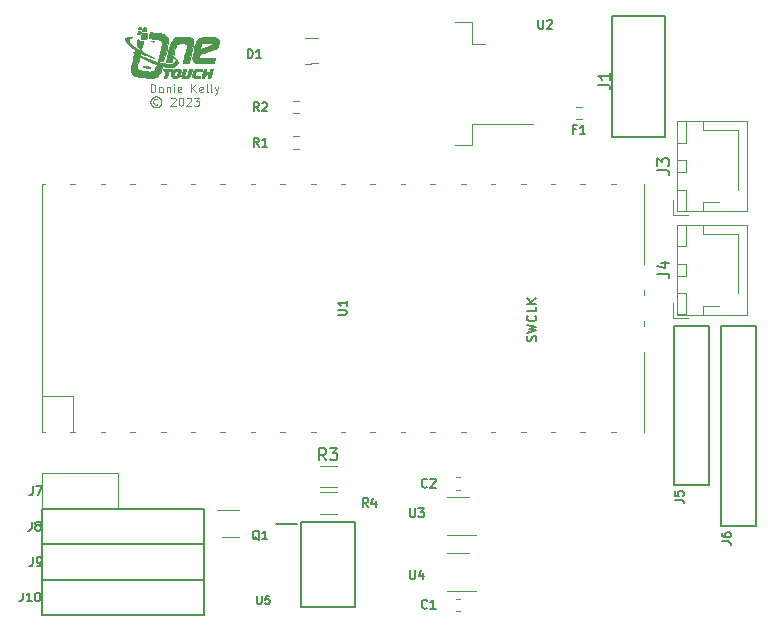
<source format=gbr>
%TF.GenerationSoftware,KiCad,Pcbnew,(6.0.5-0)*%
%TF.CreationDate,2023-05-19T22:22:55+01:00*%
%TF.ProjectId,control,636f6e74-726f-46c2-9e6b-696361645f70,rev?*%
%TF.SameCoordinates,Original*%
%TF.FileFunction,Legend,Top*%
%TF.FilePolarity,Positive*%
%FSLAX46Y46*%
G04 Gerber Fmt 4.6, Leading zero omitted, Abs format (unit mm)*
G04 Created by KiCad (PCBNEW (6.0.5-0)) date 2023-05-19 22:22:55*
%MOMM*%
%LPD*%
G01*
G04 APERTURE LIST*
%ADD10C,0.150000*%
%ADD11C,0.100000*%
%ADD12C,0.200000*%
%ADD13C,0.120000*%
%ADD14C,0.010000*%
G04 APERTURE END LIST*
D10*
X101500000Y-73000000D02*
X104500000Y-73000000D01*
X104500000Y-73000000D02*
X104500000Y-86500000D01*
X104500000Y-86500000D02*
X101500000Y-86500000D01*
X101500000Y-86500000D02*
X101500000Y-73000000D01*
X48000000Y-94500000D02*
X61750000Y-94500000D01*
X61750000Y-94500000D02*
X61750000Y-97500000D01*
X61750000Y-97500000D02*
X48000000Y-97500000D01*
X48000000Y-97500000D02*
X48000000Y-94500000D01*
X105500000Y-73000000D02*
X108500000Y-73000000D01*
X108500000Y-73000000D02*
X108500000Y-90000000D01*
X108500000Y-90000000D02*
X105500000Y-90000000D01*
X105500000Y-90000000D02*
X105500000Y-73000000D01*
D11*
X48000000Y-85500000D02*
X54500000Y-85500000D01*
X54500000Y-85500000D02*
X54500000Y-88500000D01*
X54500000Y-88500000D02*
X48000000Y-88500000D01*
X48000000Y-88500000D02*
X48000000Y-85500000D01*
D10*
X48000000Y-88500000D02*
X61750000Y-88500000D01*
X61750000Y-88500000D02*
X61750000Y-91500000D01*
X61750000Y-91500000D02*
X48000000Y-91500000D01*
X48000000Y-91500000D02*
X48000000Y-88500000D01*
X96250000Y-46750000D02*
X100750000Y-46750000D01*
X100750000Y-46750000D02*
X100750000Y-57000000D01*
X100750000Y-57000000D02*
X96250000Y-57000000D01*
X96250000Y-57000000D02*
X96250000Y-46750000D01*
X48000000Y-91500000D02*
X61750000Y-91500000D01*
X61750000Y-91500000D02*
X61750000Y-94500000D01*
X61750000Y-94500000D02*
X48000000Y-94500000D01*
X48000000Y-94500000D02*
X48000000Y-91500000D01*
D11*
X57231666Y-53253166D02*
X57231666Y-52553166D01*
X57398333Y-52553166D01*
X57498333Y-52586500D01*
X57565000Y-52653166D01*
X57598333Y-52719833D01*
X57631666Y-52853166D01*
X57631666Y-52953166D01*
X57598333Y-53086500D01*
X57565000Y-53153166D01*
X57498333Y-53219833D01*
X57398333Y-53253166D01*
X57231666Y-53253166D01*
X58031666Y-53253166D02*
X57965000Y-53219833D01*
X57931666Y-53186500D01*
X57898333Y-53119833D01*
X57898333Y-52919833D01*
X57931666Y-52853166D01*
X57965000Y-52819833D01*
X58031666Y-52786500D01*
X58131666Y-52786500D01*
X58198333Y-52819833D01*
X58231666Y-52853166D01*
X58265000Y-52919833D01*
X58265000Y-53119833D01*
X58231666Y-53186500D01*
X58198333Y-53219833D01*
X58131666Y-53253166D01*
X58031666Y-53253166D01*
X58565000Y-52786500D02*
X58565000Y-53253166D01*
X58565000Y-52853166D02*
X58598333Y-52819833D01*
X58665000Y-52786500D01*
X58765000Y-52786500D01*
X58831666Y-52819833D01*
X58865000Y-52886500D01*
X58865000Y-53253166D01*
X59198333Y-53253166D02*
X59198333Y-52786500D01*
X59198333Y-52553166D02*
X59165000Y-52586500D01*
X59198333Y-52619833D01*
X59231666Y-52586500D01*
X59198333Y-52553166D01*
X59198333Y-52619833D01*
X59798333Y-53219833D02*
X59731666Y-53253166D01*
X59598333Y-53253166D01*
X59531666Y-53219833D01*
X59498333Y-53153166D01*
X59498333Y-52886500D01*
X59531666Y-52819833D01*
X59598333Y-52786500D01*
X59731666Y-52786500D01*
X59798333Y-52819833D01*
X59831666Y-52886500D01*
X59831666Y-52953166D01*
X59498333Y-53019833D01*
X60665000Y-53253166D02*
X60665000Y-52553166D01*
X61065000Y-53253166D02*
X60765000Y-52853166D01*
X61065000Y-52553166D02*
X60665000Y-52953166D01*
X61631666Y-53219833D02*
X61565000Y-53253166D01*
X61431666Y-53253166D01*
X61365000Y-53219833D01*
X61331666Y-53153166D01*
X61331666Y-52886500D01*
X61365000Y-52819833D01*
X61431666Y-52786500D01*
X61565000Y-52786500D01*
X61631666Y-52819833D01*
X61665000Y-52886500D01*
X61665000Y-52953166D01*
X61331666Y-53019833D01*
X62065000Y-53253166D02*
X61998333Y-53219833D01*
X61965000Y-53153166D01*
X61965000Y-52553166D01*
X62431666Y-53253166D02*
X62365000Y-53219833D01*
X62331666Y-53153166D01*
X62331666Y-52553166D01*
X62631666Y-52786500D02*
X62798333Y-53253166D01*
X62965000Y-52786500D02*
X62798333Y-53253166D01*
X62731666Y-53419833D01*
X62698333Y-53453166D01*
X62631666Y-53486500D01*
X57798333Y-53846833D02*
X57731666Y-53813500D01*
X57598333Y-53813500D01*
X57531666Y-53846833D01*
X57465000Y-53913500D01*
X57431666Y-53980166D01*
X57431666Y-54113500D01*
X57465000Y-54180166D01*
X57531666Y-54246833D01*
X57598333Y-54280166D01*
X57731666Y-54280166D01*
X57798333Y-54246833D01*
X57665000Y-53580166D02*
X57498333Y-53613500D01*
X57331666Y-53713500D01*
X57231666Y-53880166D01*
X57198333Y-54046833D01*
X57231666Y-54213500D01*
X57331666Y-54380166D01*
X57498333Y-54480166D01*
X57665000Y-54513500D01*
X57831666Y-54480166D01*
X57998333Y-54380166D01*
X58098333Y-54213500D01*
X58131666Y-54046833D01*
X58098333Y-53880166D01*
X57998333Y-53713500D01*
X57831666Y-53613500D01*
X57665000Y-53580166D01*
X58931666Y-53746833D02*
X58965000Y-53713500D01*
X59031666Y-53680166D01*
X59198333Y-53680166D01*
X59265000Y-53713500D01*
X59298333Y-53746833D01*
X59331666Y-53813500D01*
X59331666Y-53880166D01*
X59298333Y-53980166D01*
X58898333Y-54380166D01*
X59331666Y-54380166D01*
X59765000Y-53680166D02*
X59831666Y-53680166D01*
X59898333Y-53713500D01*
X59931666Y-53746833D01*
X59965000Y-53813500D01*
X59998333Y-53946833D01*
X59998333Y-54113500D01*
X59965000Y-54246833D01*
X59931666Y-54313500D01*
X59898333Y-54346833D01*
X59831666Y-54380166D01*
X59765000Y-54380166D01*
X59698333Y-54346833D01*
X59665000Y-54313500D01*
X59631666Y-54246833D01*
X59598333Y-54113500D01*
X59598333Y-53946833D01*
X59631666Y-53813500D01*
X59665000Y-53746833D01*
X59698333Y-53713500D01*
X59765000Y-53680166D01*
X60265000Y-53746833D02*
X60298333Y-53713500D01*
X60365000Y-53680166D01*
X60531666Y-53680166D01*
X60598333Y-53713500D01*
X60631666Y-53746833D01*
X60665000Y-53813500D01*
X60665000Y-53880166D01*
X60631666Y-53980166D01*
X60231666Y-54380166D01*
X60665000Y-54380166D01*
X60898333Y-53680166D02*
X61331666Y-53680166D01*
X61098333Y-53946833D01*
X61198333Y-53946833D01*
X61265000Y-53980166D01*
X61298333Y-54013500D01*
X61331666Y-54080166D01*
X61331666Y-54246833D01*
X61298333Y-54313500D01*
X61265000Y-54346833D01*
X61198333Y-54380166D01*
X60998333Y-54380166D01*
X60931666Y-54346833D01*
X60898333Y-54313500D01*
D10*
%TO.C,U5*%
X66216666Y-95866666D02*
X66216666Y-96433333D01*
X66250000Y-96500000D01*
X66283333Y-96533333D01*
X66350000Y-96566666D01*
X66483333Y-96566666D01*
X66550000Y-96533333D01*
X66583333Y-96500000D01*
X66616666Y-96433333D01*
X66616666Y-95866666D01*
X67283333Y-95866666D02*
X66950000Y-95866666D01*
X66916666Y-96200000D01*
X66950000Y-96166666D01*
X67016666Y-96133333D01*
X67183333Y-96133333D01*
X67250000Y-96166666D01*
X67283333Y-96200000D01*
X67316666Y-96266666D01*
X67316666Y-96433333D01*
X67283333Y-96500000D01*
X67250000Y-96533333D01*
X67183333Y-96566666D01*
X67016666Y-96566666D01*
X66950000Y-96533333D01*
X66916666Y-96500000D01*
%TO.C,U2*%
X90053571Y-47089285D02*
X90053571Y-47696428D01*
X90089285Y-47767857D01*
X90125000Y-47803571D01*
X90196428Y-47839285D01*
X90339285Y-47839285D01*
X90410714Y-47803571D01*
X90446428Y-47767857D01*
X90482142Y-47696428D01*
X90482142Y-47089285D01*
X90803571Y-47160714D02*
X90839285Y-47125000D01*
X90910714Y-47089285D01*
X91089285Y-47089285D01*
X91160714Y-47125000D01*
X91196428Y-47160714D01*
X91232142Y-47232142D01*
X91232142Y-47303571D01*
X91196428Y-47410714D01*
X90767857Y-47839285D01*
X91232142Y-47839285D01*
%TO.C,F1*%
X93250000Y-56376428D02*
X93000000Y-56376428D01*
X93000000Y-56769285D02*
X93000000Y-56019285D01*
X93357142Y-56019285D01*
X94035714Y-56769285D02*
X93607142Y-56769285D01*
X93821428Y-56769285D02*
X93821428Y-56019285D01*
X93750000Y-56126428D01*
X93678571Y-56197857D01*
X93607142Y-56233571D01*
%TO.C,U3*%
X79183082Y-88449285D02*
X79183082Y-89056428D01*
X79218796Y-89127857D01*
X79254511Y-89163571D01*
X79325939Y-89199285D01*
X79468796Y-89199285D01*
X79540225Y-89163571D01*
X79575939Y-89127857D01*
X79611653Y-89056428D01*
X79611653Y-88449285D01*
X79897368Y-88449285D02*
X80361653Y-88449285D01*
X80111653Y-88735000D01*
X80218796Y-88735000D01*
X80290225Y-88770714D01*
X80325939Y-88806428D01*
X80361653Y-88877857D01*
X80361653Y-89056428D01*
X80325939Y-89127857D01*
X80290225Y-89163571D01*
X80218796Y-89199285D01*
X80004511Y-89199285D01*
X79933082Y-89163571D01*
X79897368Y-89127857D01*
%TO.C,R1*%
X66375000Y-57839285D02*
X66125000Y-57482142D01*
X65946428Y-57839285D02*
X65946428Y-57089285D01*
X66232142Y-57089285D01*
X66303571Y-57125000D01*
X66339285Y-57160714D01*
X66375000Y-57232142D01*
X66375000Y-57339285D01*
X66339285Y-57410714D01*
X66303571Y-57446428D01*
X66232142Y-57482142D01*
X65946428Y-57482142D01*
X67089285Y-57839285D02*
X66660714Y-57839285D01*
X66875000Y-57839285D02*
X66875000Y-57089285D01*
X66803571Y-57196428D01*
X66732142Y-57267857D01*
X66660714Y-57303571D01*
%TO.C,J8*%
X47150000Y-89589285D02*
X47150000Y-90125000D01*
X47114285Y-90232142D01*
X47042857Y-90303571D01*
X46935714Y-90339285D01*
X46864285Y-90339285D01*
X47614285Y-89910714D02*
X47542857Y-89875000D01*
X47507142Y-89839285D01*
X47471428Y-89767857D01*
X47471428Y-89732142D01*
X47507142Y-89660714D01*
X47542857Y-89625000D01*
X47614285Y-89589285D01*
X47757142Y-89589285D01*
X47828571Y-89625000D01*
X47864285Y-89660714D01*
X47900000Y-89732142D01*
X47900000Y-89767857D01*
X47864285Y-89839285D01*
X47828571Y-89875000D01*
X47757142Y-89910714D01*
X47614285Y-89910714D01*
X47542857Y-89946428D01*
X47507142Y-89982142D01*
X47471428Y-90053571D01*
X47471428Y-90196428D01*
X47507142Y-90267857D01*
X47542857Y-90303571D01*
X47614285Y-90339285D01*
X47757142Y-90339285D01*
X47828571Y-90303571D01*
X47864285Y-90267857D01*
X47900000Y-90196428D01*
X47900000Y-90053571D01*
X47864285Y-89982142D01*
X47828571Y-89946428D01*
X47757142Y-89910714D01*
%TO.C,J6*%
X105589285Y-91250000D02*
X106125000Y-91250000D01*
X106232142Y-91285714D01*
X106303571Y-91357142D01*
X106339285Y-91464285D01*
X106339285Y-91535714D01*
X105589285Y-90571428D02*
X105589285Y-90714285D01*
X105625000Y-90785714D01*
X105660714Y-90821428D01*
X105767857Y-90892857D01*
X105910714Y-90928571D01*
X106196428Y-90928571D01*
X106267857Y-90892857D01*
X106303571Y-90857142D01*
X106339285Y-90785714D01*
X106339285Y-90642857D01*
X106303571Y-90571428D01*
X106267857Y-90535714D01*
X106196428Y-90500000D01*
X106017857Y-90500000D01*
X105946428Y-90535714D01*
X105910714Y-90571428D01*
X105875000Y-90642857D01*
X105875000Y-90785714D01*
X105910714Y-90857142D01*
X105946428Y-90892857D01*
X106017857Y-90928571D01*
%TO.C,U1*%
X73089285Y-72071428D02*
X73696428Y-72071428D01*
X73767857Y-72035714D01*
X73803571Y-72000000D01*
X73839285Y-71928571D01*
X73839285Y-71785714D01*
X73803571Y-71714285D01*
X73767857Y-71678571D01*
X73696428Y-71642857D01*
X73089285Y-71642857D01*
X73839285Y-70892857D02*
X73839285Y-71321428D01*
X73839285Y-71107142D02*
X73089285Y-71107142D01*
X73196428Y-71178571D01*
X73267857Y-71250000D01*
X73303571Y-71321428D01*
X89823809Y-74309523D02*
X89861904Y-74195238D01*
X89861904Y-74004761D01*
X89823809Y-73928571D01*
X89785714Y-73890476D01*
X89709523Y-73852380D01*
X89633333Y-73852380D01*
X89557142Y-73890476D01*
X89519047Y-73928571D01*
X89480952Y-74004761D01*
X89442857Y-74157142D01*
X89404761Y-74233333D01*
X89366666Y-74271428D01*
X89290476Y-74309523D01*
X89214285Y-74309523D01*
X89138095Y-74271428D01*
X89100000Y-74233333D01*
X89061904Y-74157142D01*
X89061904Y-73966666D01*
X89100000Y-73852380D01*
X89061904Y-73585714D02*
X89861904Y-73395238D01*
X89290476Y-73242857D01*
X89861904Y-73090476D01*
X89061904Y-72900000D01*
X89785714Y-72138095D02*
X89823809Y-72176190D01*
X89861904Y-72290476D01*
X89861904Y-72366666D01*
X89823809Y-72480952D01*
X89747619Y-72557142D01*
X89671428Y-72595238D01*
X89519047Y-72633333D01*
X89404761Y-72633333D01*
X89252380Y-72595238D01*
X89176190Y-72557142D01*
X89100000Y-72480952D01*
X89061904Y-72366666D01*
X89061904Y-72290476D01*
X89100000Y-72176190D01*
X89138095Y-72138095D01*
X89861904Y-71414285D02*
X89861904Y-71795238D01*
X89061904Y-71795238D01*
X89861904Y-71147619D02*
X89061904Y-71147619D01*
X89861904Y-70690476D02*
X89404761Y-71033333D01*
X89061904Y-70690476D02*
X89519047Y-71147619D01*
%TO.C,D1*%
X65446428Y-50339285D02*
X65446428Y-49589285D01*
X65625000Y-49589285D01*
X65732142Y-49625000D01*
X65803571Y-49696428D01*
X65839285Y-49767857D01*
X65875000Y-49910714D01*
X65875000Y-50017857D01*
X65839285Y-50160714D01*
X65803571Y-50232142D01*
X65732142Y-50303571D01*
X65625000Y-50339285D01*
X65446428Y-50339285D01*
X66589285Y-50339285D02*
X66160714Y-50339285D01*
X66375000Y-50339285D02*
X66375000Y-49589285D01*
X66303571Y-49696428D01*
X66232142Y-49767857D01*
X66160714Y-49803571D01*
%TO.C,C1*%
X80629511Y-96877857D02*
X80593796Y-96913571D01*
X80486653Y-96949285D01*
X80415225Y-96949285D01*
X80308082Y-96913571D01*
X80236653Y-96842142D01*
X80200939Y-96770714D01*
X80165225Y-96627857D01*
X80165225Y-96520714D01*
X80200939Y-96377857D01*
X80236653Y-96306428D01*
X80308082Y-96235000D01*
X80415225Y-96199285D01*
X80486653Y-96199285D01*
X80593796Y-96235000D01*
X80629511Y-96270714D01*
X81343796Y-96949285D02*
X80915225Y-96949285D01*
X81129511Y-96949285D02*
X81129511Y-96199285D01*
X81058082Y-96306428D01*
X80986653Y-96377857D01*
X80915225Y-96413571D01*
%TO.C,J9*%
X47250000Y-92589285D02*
X47250000Y-93125000D01*
X47214285Y-93232142D01*
X47142857Y-93303571D01*
X47035714Y-93339285D01*
X46964285Y-93339285D01*
X47642857Y-93339285D02*
X47785714Y-93339285D01*
X47857142Y-93303571D01*
X47892857Y-93267857D01*
X47964285Y-93160714D01*
X48000000Y-93017857D01*
X48000000Y-92732142D01*
X47964285Y-92660714D01*
X47928571Y-92625000D01*
X47857142Y-92589285D01*
X47714285Y-92589285D01*
X47642857Y-92625000D01*
X47607142Y-92660714D01*
X47571428Y-92732142D01*
X47571428Y-92910714D01*
X47607142Y-92982142D01*
X47642857Y-93017857D01*
X47714285Y-93053571D01*
X47857142Y-93053571D01*
X47928571Y-93017857D01*
X47964285Y-92982142D01*
X48000000Y-92910714D01*
%TO.C,R2*%
X66375000Y-54839285D02*
X66125000Y-54482142D01*
X65946428Y-54839285D02*
X65946428Y-54089285D01*
X66232142Y-54089285D01*
X66303571Y-54125000D01*
X66339285Y-54160714D01*
X66375000Y-54232142D01*
X66375000Y-54339285D01*
X66339285Y-54410714D01*
X66303571Y-54446428D01*
X66232142Y-54482142D01*
X65946428Y-54482142D01*
X66660714Y-54160714D02*
X66696428Y-54125000D01*
X66767857Y-54089285D01*
X66946428Y-54089285D01*
X67017857Y-54125000D01*
X67053571Y-54160714D01*
X67089285Y-54232142D01*
X67089285Y-54303571D01*
X67053571Y-54410714D01*
X66625000Y-54839285D01*
X67089285Y-54839285D01*
%TO.C,R4*%
X75625000Y-88339285D02*
X75375000Y-87982142D01*
X75196428Y-88339285D02*
X75196428Y-87589285D01*
X75482142Y-87589285D01*
X75553571Y-87625000D01*
X75589285Y-87660714D01*
X75625000Y-87732142D01*
X75625000Y-87839285D01*
X75589285Y-87910714D01*
X75553571Y-87946428D01*
X75482142Y-87982142D01*
X75196428Y-87982142D01*
X76267857Y-87839285D02*
X76267857Y-88339285D01*
X76089285Y-87553571D02*
X75910714Y-88089285D01*
X76375000Y-88089285D01*
%TO.C,J4*%
X100127380Y-68583333D02*
X100841666Y-68583333D01*
X100984523Y-68630952D01*
X101079761Y-68726190D01*
X101127380Y-68869047D01*
X101127380Y-68964285D01*
X100460714Y-67678571D02*
X101127380Y-67678571D01*
X100079761Y-67916666D02*
X100794047Y-68154761D01*
X100794047Y-67535714D01*
%TO.C,Q1*%
X66428571Y-91160714D02*
X66357142Y-91125000D01*
X66285714Y-91053571D01*
X66178571Y-90946428D01*
X66107142Y-90910714D01*
X66035714Y-90910714D01*
X66071428Y-91089285D02*
X66000000Y-91053571D01*
X65928571Y-90982142D01*
X65892857Y-90839285D01*
X65892857Y-90589285D01*
X65928571Y-90446428D01*
X66000000Y-90375000D01*
X66071428Y-90339285D01*
X66214285Y-90339285D01*
X66285714Y-90375000D01*
X66357142Y-90446428D01*
X66392857Y-90589285D01*
X66392857Y-90839285D01*
X66357142Y-90982142D01*
X66285714Y-91053571D01*
X66214285Y-91089285D01*
X66071428Y-91089285D01*
X67107142Y-91089285D02*
X66678571Y-91089285D01*
X66892857Y-91089285D02*
X66892857Y-90339285D01*
X66821428Y-90446428D01*
X66750000Y-90517857D01*
X66678571Y-90553571D01*
%TO.C,J10*%
X46392857Y-95589285D02*
X46392857Y-96125000D01*
X46357142Y-96232142D01*
X46285714Y-96303571D01*
X46178571Y-96339285D01*
X46107142Y-96339285D01*
X47142857Y-96339285D02*
X46714285Y-96339285D01*
X46928571Y-96339285D02*
X46928571Y-95589285D01*
X46857142Y-95696428D01*
X46785714Y-95767857D01*
X46714285Y-95803571D01*
X47607142Y-95589285D02*
X47678571Y-95589285D01*
X47750000Y-95625000D01*
X47785714Y-95660714D01*
X47821428Y-95732142D01*
X47857142Y-95875000D01*
X47857142Y-96053571D01*
X47821428Y-96196428D01*
X47785714Y-96267857D01*
X47750000Y-96303571D01*
X47678571Y-96339285D01*
X47607142Y-96339285D01*
X47535714Y-96303571D01*
X47500000Y-96267857D01*
X47464285Y-96196428D01*
X47428571Y-96053571D01*
X47428571Y-95875000D01*
X47464285Y-95732142D01*
X47500000Y-95660714D01*
X47535714Y-95625000D01*
X47607142Y-95589285D01*
%TO.C,U4*%
X79183082Y-93699285D02*
X79183082Y-94306428D01*
X79218796Y-94377857D01*
X79254511Y-94413571D01*
X79325939Y-94449285D01*
X79468796Y-94449285D01*
X79540225Y-94413571D01*
X79575939Y-94377857D01*
X79611653Y-94306428D01*
X79611653Y-93699285D01*
X80290225Y-93949285D02*
X80290225Y-94449285D01*
X80111653Y-93663571D02*
X79933082Y-94199285D01*
X80397368Y-94199285D01*
%TO.C,J5*%
X101589285Y-87750000D02*
X102125000Y-87750000D01*
X102232142Y-87785714D01*
X102303571Y-87857142D01*
X102339285Y-87964285D01*
X102339285Y-88035714D01*
X101589285Y-87035714D02*
X101589285Y-87392857D01*
X101946428Y-87428571D01*
X101910714Y-87392857D01*
X101875000Y-87321428D01*
X101875000Y-87142857D01*
X101910714Y-87071428D01*
X101946428Y-87035714D01*
X102017857Y-87000000D01*
X102196428Y-87000000D01*
X102267857Y-87035714D01*
X102303571Y-87071428D01*
X102339285Y-87142857D01*
X102339285Y-87321428D01*
X102303571Y-87392857D01*
X102267857Y-87428571D01*
%TO.C,J1*%
X95122380Y-52583333D02*
X95836666Y-52583333D01*
X95979523Y-52630952D01*
X96074761Y-52726190D01*
X96122380Y-52869047D01*
X96122380Y-52964285D01*
X96122380Y-51583333D02*
X96122380Y-52154761D01*
X96122380Y-51869047D02*
X95122380Y-51869047D01*
X95265238Y-51964285D01*
X95360476Y-52059523D01*
X95408095Y-52154761D01*
%TO.C,C2*%
X80629511Y-86627857D02*
X80593796Y-86663571D01*
X80486653Y-86699285D01*
X80415225Y-86699285D01*
X80308082Y-86663571D01*
X80236653Y-86592142D01*
X80200939Y-86520714D01*
X80165225Y-86377857D01*
X80165225Y-86270714D01*
X80200939Y-86127857D01*
X80236653Y-86056428D01*
X80308082Y-85985000D01*
X80415225Y-85949285D01*
X80486653Y-85949285D01*
X80593796Y-85985000D01*
X80629511Y-86020714D01*
X80915225Y-86020714D02*
X80950939Y-85985000D01*
X81022368Y-85949285D01*
X81200939Y-85949285D01*
X81272368Y-85985000D01*
X81308082Y-86020714D01*
X81343796Y-86092142D01*
X81343796Y-86163571D01*
X81308082Y-86270714D01*
X80879511Y-86699285D01*
X81343796Y-86699285D01*
%TO.C,R3*%
X72083333Y-84382380D02*
X71750000Y-83906190D01*
X71511904Y-84382380D02*
X71511904Y-83382380D01*
X71892857Y-83382380D01*
X71988095Y-83430000D01*
X72035714Y-83477619D01*
X72083333Y-83572857D01*
X72083333Y-83715714D01*
X72035714Y-83810952D01*
X71988095Y-83858571D01*
X71892857Y-83906190D01*
X71511904Y-83906190D01*
X72416666Y-83382380D02*
X73035714Y-83382380D01*
X72702380Y-83763333D01*
X72845238Y-83763333D01*
X72940476Y-83810952D01*
X72988095Y-83858571D01*
X73035714Y-83953809D01*
X73035714Y-84191904D01*
X72988095Y-84287142D01*
X72940476Y-84334761D01*
X72845238Y-84382380D01*
X72559523Y-84382380D01*
X72464285Y-84334761D01*
X72416666Y-84287142D01*
%TO.C,J7*%
X47250000Y-86589285D02*
X47250000Y-87125000D01*
X47214285Y-87232142D01*
X47142857Y-87303571D01*
X47035714Y-87339285D01*
X46964285Y-87339285D01*
X47535714Y-86589285D02*
X48035714Y-86589285D01*
X47714285Y-87339285D01*
%TO.C,J3*%
X100127380Y-59833333D02*
X100841666Y-59833333D01*
X100984523Y-59880952D01*
X101079761Y-59976190D01*
X101127380Y-60119047D01*
X101127380Y-60214285D01*
X100127380Y-59452380D02*
X100127380Y-58833333D01*
X100508333Y-59166666D01*
X100508333Y-59023809D01*
X100555952Y-58928571D01*
X100603571Y-58880952D01*
X100698809Y-58833333D01*
X100936904Y-58833333D01*
X101032142Y-58880952D01*
X101079761Y-58928571D01*
X101127380Y-59023809D01*
X101127380Y-59309523D01*
X101079761Y-59404761D01*
X101032142Y-59452380D01*
D12*
%TO.C,U5*%
X69950000Y-89650000D02*
X74550000Y-89650000D01*
X67800000Y-89750000D02*
X69600000Y-89750000D01*
X74550000Y-96850000D02*
X69950000Y-96850000D01*
X74550000Y-89650000D02*
X74550000Y-96850000D01*
X69950000Y-96850000D02*
X69950000Y-89650000D01*
D13*
%TO.C,U2*%
X84450000Y-47300000D02*
X84450000Y-49110000D01*
X82950000Y-57700000D02*
X84450000Y-57700000D01*
X84450000Y-55890000D02*
X89575000Y-55890000D01*
X82950000Y-47300000D02*
X84450000Y-47300000D01*
X84450000Y-49110000D02*
X85550000Y-49110000D01*
X84450000Y-57700000D02*
X84450000Y-55890000D01*
%TO.C,F1*%
X93754724Y-55522500D02*
X93245276Y-55522500D01*
X93754724Y-54477500D02*
X93245276Y-54477500D01*
%TO.C,U3*%
X84154511Y-92250000D02*
X82354511Y-92250000D01*
X82354511Y-95470000D02*
X84804511Y-95470000D01*
%TO.C,R1*%
X69754724Y-56977500D02*
X69245276Y-56977500D01*
X69754724Y-58022500D02*
X69245276Y-58022500D01*
%TO.C,U1*%
X99000000Y-73000000D02*
X99000000Y-72600000D01*
X63100000Y-61000000D02*
X63500000Y-61000000D01*
X80900000Y-82000000D02*
X81300000Y-82000000D01*
X93600000Y-61000000D02*
X94000000Y-61000000D01*
X50667000Y-78993000D02*
X48000000Y-78993000D01*
X96200000Y-61000000D02*
X96600000Y-61000000D01*
X58100000Y-82000000D02*
X58500000Y-82000000D01*
X68200000Y-61000000D02*
X68600000Y-61000000D01*
X91100000Y-82000000D02*
X91500000Y-82000000D01*
X99000000Y-61000000D02*
X99000000Y-67800000D01*
X75800000Y-61000000D02*
X76200000Y-61000000D01*
X80900000Y-61000000D02*
X81300000Y-61000000D01*
X99000000Y-75200000D02*
X99000000Y-82000000D01*
X78400000Y-82000000D02*
X78800000Y-82000000D01*
X65700000Y-61000000D02*
X66100000Y-61000000D01*
X78400000Y-61000000D02*
X78800000Y-61000000D01*
X93600000Y-82000000D02*
X94000000Y-82000000D01*
X68200000Y-82000000D02*
X68600000Y-82000000D01*
X60600000Y-61000000D02*
X61000000Y-61000000D01*
X58100000Y-61000000D02*
X58500000Y-61000000D01*
X50400000Y-82000000D02*
X50800000Y-82000000D01*
X73300000Y-61000000D02*
X73700000Y-61000000D01*
X75800000Y-82000000D02*
X76200000Y-82000000D01*
X83500000Y-61000000D02*
X83900000Y-61000000D01*
X53000000Y-61000000D02*
X53400000Y-61000000D01*
X70800000Y-61000000D02*
X71200000Y-61000000D01*
X50667000Y-82000000D02*
X50667000Y-78993000D01*
X55500000Y-61000000D02*
X55900000Y-61000000D01*
X91100000Y-61000000D02*
X91500000Y-61000000D01*
X53000000Y-82000000D02*
X53400000Y-82000000D01*
X73300000Y-82000000D02*
X73700000Y-82000000D01*
X50400000Y-61000000D02*
X50800000Y-61000000D01*
X48000000Y-61000000D02*
X48300000Y-61000000D01*
X70800000Y-82000000D02*
X71200000Y-82000000D01*
X99000000Y-70400000D02*
X99000000Y-70000000D01*
X48000000Y-82000000D02*
X48300000Y-82000000D01*
X86000000Y-61000000D02*
X86400000Y-61000000D01*
X83500000Y-82000000D02*
X83900000Y-82000000D01*
X60600000Y-82000000D02*
X61000000Y-82000000D01*
X86000000Y-82000000D02*
X86400000Y-82000000D01*
X88600000Y-82000000D02*
X89000000Y-82000000D01*
X96200000Y-82000000D02*
X96600000Y-82000000D01*
X55500000Y-82000000D02*
X55900000Y-82000000D01*
X88600000Y-61000000D02*
X89000000Y-61000000D01*
X63100000Y-82000000D02*
X63500000Y-82000000D01*
X65700000Y-82000000D02*
X66100000Y-82000000D01*
X48000000Y-82000000D02*
X48000000Y-61000000D01*
%TO.C,D1*%
X70800000Y-50825000D02*
X70250000Y-50825000D01*
X70800000Y-48625000D02*
X70800000Y-48675000D01*
X70800000Y-50775000D02*
X70800000Y-50825000D01*
X70800000Y-48675000D02*
X71400000Y-48675000D01*
X71400000Y-50775000D02*
X70800000Y-50775000D01*
X70250000Y-48625000D02*
X70800000Y-48625000D01*
%TO.C,C1*%
X83395091Y-97120000D02*
X83113931Y-97120000D01*
X83395091Y-96100000D02*
X83113931Y-96100000D01*
%TO.C,G1*%
G36*
X61431883Y-51252439D02*
G01*
X61522683Y-51260341D01*
X61562811Y-51277119D01*
X61565982Y-51305727D01*
X61563719Y-51312273D01*
X61542672Y-51385503D01*
X61540000Y-51408101D01*
X61504446Y-51427583D01*
X61411852Y-51444379D01*
X61299930Y-51453751D01*
X61059860Y-51465385D01*
X61011521Y-51629617D01*
X60986565Y-51733913D01*
X60980592Y-51803327D01*
X60984565Y-51815232D01*
X61032543Y-51827116D01*
X61133127Y-51834880D01*
X61218540Y-51836616D01*
X61340736Y-51840128D01*
X61400141Y-51853978D01*
X61411935Y-51883131D01*
X61407412Y-51898427D01*
X61386525Y-51966632D01*
X61383693Y-51986350D01*
X61348583Y-52002942D01*
X61258123Y-52011413D01*
X61134615Y-52012467D01*
X61000364Y-52006809D01*
X60877673Y-51995144D01*
X60788844Y-51978176D01*
X60762340Y-51966719D01*
X60731172Y-51935903D01*
X60720533Y-51891005D01*
X60730852Y-51812677D01*
X60762553Y-51681571D01*
X60769188Y-51656124D01*
X60821591Y-51475524D01*
X60876593Y-51358216D01*
X60951130Y-51290662D01*
X61062136Y-51259325D01*
X61226547Y-51250669D01*
X61276699Y-51250462D01*
X61431883Y-51252439D01*
G37*
D14*
X61431883Y-51252439D02*
X61522683Y-51260341D01*
X61562811Y-51277119D01*
X61565982Y-51305727D01*
X61563719Y-51312273D01*
X61542672Y-51385503D01*
X61540000Y-51408101D01*
X61504446Y-51427583D01*
X61411852Y-51444379D01*
X61299930Y-51453751D01*
X61059860Y-51465385D01*
X61011521Y-51629617D01*
X60986565Y-51733913D01*
X60980592Y-51803327D01*
X60984565Y-51815232D01*
X61032543Y-51827116D01*
X61133127Y-51834880D01*
X61218540Y-51836616D01*
X61340736Y-51840128D01*
X61400141Y-51853978D01*
X61411935Y-51883131D01*
X61407412Y-51898427D01*
X61386525Y-51966632D01*
X61383693Y-51986350D01*
X61348583Y-52002942D01*
X61258123Y-52011413D01*
X61134615Y-52012467D01*
X61000364Y-52006809D01*
X60877673Y-51995144D01*
X60788844Y-51978176D01*
X60762340Y-51966719D01*
X60731172Y-51935903D01*
X60720533Y-51891005D01*
X60730852Y-51812677D01*
X60762553Y-51681571D01*
X60769188Y-51656124D01*
X60821591Y-51475524D01*
X60876593Y-51358216D01*
X60951130Y-51290662D01*
X61062136Y-51259325D01*
X61226547Y-51250669D01*
X61276699Y-51250462D01*
X61431883Y-51252439D01*
G36*
X55609907Y-48561677D02*
G01*
X55666141Y-48568188D01*
X55657179Y-48579409D01*
X55610318Y-48592247D01*
X55459316Y-48649025D01*
X55380926Y-48733060D01*
X55373003Y-48848808D01*
X55423151Y-48981467D01*
X55527219Y-49122518D01*
X55701579Y-49282942D01*
X55941664Y-49459656D01*
X56242908Y-49649574D01*
X56600745Y-49849614D01*
X57010609Y-50056693D01*
X57026901Y-50064540D01*
X57195709Y-50146897D01*
X57335552Y-50217378D01*
X57433166Y-50269131D01*
X57475287Y-50295303D01*
X57476000Y-50296554D01*
X57476360Y-50305467D01*
X57468623Y-50308250D01*
X57439566Y-50300712D01*
X57375968Y-50278660D01*
X57264605Y-50237904D01*
X57104769Y-50178871D01*
X56924473Y-50110837D01*
X56747495Y-50041580D01*
X56603441Y-49982763D01*
X56564222Y-49965899D01*
X56442972Y-49913259D01*
X56376750Y-49889959D01*
X56348917Y-49894157D01*
X56342837Y-49924011D01*
X56342769Y-49941385D01*
X56331549Y-49985834D01*
X56289311Y-49994617D01*
X56203186Y-49966344D01*
X56089815Y-49914060D01*
X55978151Y-49850792D01*
X55924539Y-49791363D01*
X55911846Y-49728445D01*
X55895831Y-49663052D01*
X55840718Y-49595758D01*
X55733667Y-49512735D01*
X55674089Y-49472462D01*
X55489973Y-49336989D01*
X55324338Y-49189375D01*
X55188756Y-49042384D01*
X55094800Y-48908781D01*
X55054042Y-48801330D01*
X55053231Y-48787683D01*
X55079084Y-48677163D01*
X55160618Y-48604322D01*
X55303792Y-48565969D01*
X55482003Y-48558154D01*
X55609907Y-48561677D01*
G37*
X55609907Y-48561677D02*
X55666141Y-48568188D01*
X55657179Y-48579409D01*
X55610318Y-48592247D01*
X55459316Y-48649025D01*
X55380926Y-48733060D01*
X55373003Y-48848808D01*
X55423151Y-48981467D01*
X55527219Y-49122518D01*
X55701579Y-49282942D01*
X55941664Y-49459656D01*
X56242908Y-49649574D01*
X56600745Y-49849614D01*
X57010609Y-50056693D01*
X57026901Y-50064540D01*
X57195709Y-50146897D01*
X57335552Y-50217378D01*
X57433166Y-50269131D01*
X57475287Y-50295303D01*
X57476000Y-50296554D01*
X57476360Y-50305467D01*
X57468623Y-50308250D01*
X57439566Y-50300712D01*
X57375968Y-50278660D01*
X57264605Y-50237904D01*
X57104769Y-50178871D01*
X56924473Y-50110837D01*
X56747495Y-50041580D01*
X56603441Y-49982763D01*
X56564222Y-49965899D01*
X56442972Y-49913259D01*
X56376750Y-49889959D01*
X56348917Y-49894157D01*
X56342837Y-49924011D01*
X56342769Y-49941385D01*
X56331549Y-49985834D01*
X56289311Y-49994617D01*
X56203186Y-49966344D01*
X56089815Y-49914060D01*
X55978151Y-49850792D01*
X55924539Y-49791363D01*
X55911846Y-49728445D01*
X55895831Y-49663052D01*
X55840718Y-49595758D01*
X55733667Y-49512735D01*
X55674089Y-49472462D01*
X55489973Y-49336989D01*
X55324338Y-49189375D01*
X55188756Y-49042384D01*
X55094800Y-48908781D01*
X55054042Y-48801330D01*
X55053231Y-48787683D01*
X55079084Y-48677163D01*
X55160618Y-48604322D01*
X55303792Y-48565969D01*
X55482003Y-48558154D01*
X55609907Y-48561677D01*
G36*
X60990328Y-49248597D02*
G01*
X61047275Y-49074775D01*
X61102835Y-48944255D01*
X61161327Y-48845860D01*
X61227074Y-48768416D01*
X61251612Y-48745087D01*
X61345449Y-48672298D01*
X61451340Y-48619969D01*
X61583594Y-48585069D01*
X61756525Y-48564568D01*
X61984442Y-48555436D01*
X62153464Y-48554154D01*
X62416275Y-48558341D01*
X62612767Y-48572769D01*
X62754420Y-48600237D01*
X62852714Y-48643546D01*
X62919128Y-48705497D01*
X62945611Y-48747374D01*
X62977084Y-48862390D01*
X62983412Y-49025310D01*
X62964726Y-49210085D01*
X62942761Y-49315886D01*
X62931726Y-49365737D01*
X62921576Y-49405599D01*
X62904315Y-49439423D01*
X62871948Y-49471161D01*
X62816481Y-49504766D01*
X62729917Y-49544188D01*
X62604263Y-49593379D01*
X62431523Y-49656292D01*
X62203702Y-49736878D01*
X61912805Y-49839089D01*
X61813539Y-49874032D01*
X61606852Y-49947427D01*
X61462709Y-50001582D01*
X61369845Y-50042958D01*
X61316994Y-50078012D01*
X61292893Y-50113204D01*
X61286275Y-50154990D01*
X61286000Y-50176493D01*
X61286000Y-50293077D01*
X61979616Y-50303748D01*
X62202657Y-50309057D01*
X62395914Y-50317244D01*
X62546968Y-50327486D01*
X62643402Y-50338964D01*
X62673231Y-50349613D01*
X62665010Y-50405286D01*
X62643988Y-50509106D01*
X62627443Y-50583173D01*
X62581654Y-50781539D01*
X61816596Y-50780963D01*
X61502809Y-50778498D01*
X61262597Y-50771465D01*
X61091503Y-50759610D01*
X60985068Y-50742678D01*
X60953846Y-50731808D01*
X60874365Y-50665841D01*
X60798386Y-50562358D01*
X60782417Y-50532534D01*
X60708681Y-50381837D01*
X60854988Y-49770842D01*
X60904546Y-49570420D01*
X61414022Y-49570420D01*
X61947366Y-49384672D01*
X62158461Y-49309827D01*
X62305667Y-49253475D01*
X62399529Y-49210286D01*
X62450592Y-49174931D01*
X62469400Y-49142080D01*
X62469509Y-49120770D01*
X62457052Y-49083398D01*
X62422504Y-49059282D01*
X62350648Y-49044713D01*
X62226269Y-49035983D01*
X62103032Y-49031462D01*
X61874631Y-49029522D01*
X61710645Y-49045577D01*
X61597993Y-49087480D01*
X61523596Y-49163086D01*
X61474376Y-49280251D01*
X61440487Y-49429346D01*
X61414022Y-49570420D01*
X60904546Y-49570420D01*
X60927673Y-49476894D01*
X60990328Y-49248597D01*
G37*
X60990328Y-49248597D02*
X61047275Y-49074775D01*
X61102835Y-48944255D01*
X61161327Y-48845860D01*
X61227074Y-48768416D01*
X61251612Y-48745087D01*
X61345449Y-48672298D01*
X61451340Y-48619969D01*
X61583594Y-48585069D01*
X61756525Y-48564568D01*
X61984442Y-48555436D01*
X62153464Y-48554154D01*
X62416275Y-48558341D01*
X62612767Y-48572769D01*
X62754420Y-48600237D01*
X62852714Y-48643546D01*
X62919128Y-48705497D01*
X62945611Y-48747374D01*
X62977084Y-48862390D01*
X62983412Y-49025310D01*
X62964726Y-49210085D01*
X62942761Y-49315886D01*
X62931726Y-49365737D01*
X62921576Y-49405599D01*
X62904315Y-49439423D01*
X62871948Y-49471161D01*
X62816481Y-49504766D01*
X62729917Y-49544188D01*
X62604263Y-49593379D01*
X62431523Y-49656292D01*
X62203702Y-49736878D01*
X61912805Y-49839089D01*
X61813539Y-49874032D01*
X61606852Y-49947427D01*
X61462709Y-50001582D01*
X61369845Y-50042958D01*
X61316994Y-50078012D01*
X61292893Y-50113204D01*
X61286275Y-50154990D01*
X61286000Y-50176493D01*
X61286000Y-50293077D01*
X61979616Y-50303748D01*
X62202657Y-50309057D01*
X62395914Y-50317244D01*
X62546968Y-50327486D01*
X62643402Y-50338964D01*
X62673231Y-50349613D01*
X62665010Y-50405286D01*
X62643988Y-50509106D01*
X62627443Y-50583173D01*
X62581654Y-50781539D01*
X61816596Y-50780963D01*
X61502809Y-50778498D01*
X61262597Y-50771465D01*
X61091503Y-50759610D01*
X60985068Y-50742678D01*
X60953846Y-50731808D01*
X60874365Y-50665841D01*
X60798386Y-50562358D01*
X60782417Y-50532534D01*
X60708681Y-50381837D01*
X60854988Y-49770842D01*
X60904546Y-49570420D01*
X61414022Y-49570420D01*
X61947366Y-49384672D01*
X62158461Y-49309827D01*
X62305667Y-49253475D01*
X62399529Y-49210286D01*
X62450592Y-49174931D01*
X62469400Y-49142080D01*
X62469509Y-49120770D01*
X62457052Y-49083398D01*
X62422504Y-49059282D01*
X62350648Y-49044713D01*
X62226269Y-49035983D01*
X62103032Y-49031462D01*
X61874631Y-49029522D01*
X61710645Y-49045577D01*
X61597993Y-49087480D01*
X61523596Y-49163086D01*
X61474376Y-49280251D01*
X61440487Y-49429346D01*
X61414022Y-49570420D01*
X60904546Y-49570420D01*
X60927673Y-49476894D01*
X60990328Y-49248597D01*
G36*
X57430738Y-48183820D02*
G01*
X57628490Y-48208380D01*
X57744432Y-48222937D01*
X58003184Y-48258614D01*
X58197761Y-48295471D01*
X58342072Y-48337986D01*
X58450026Y-48390638D01*
X58535532Y-48457905D01*
X58563648Y-48486726D01*
X58625668Y-48567862D01*
X58668300Y-48661642D01*
X58690906Y-48776392D01*
X58692849Y-48920440D01*
X58673490Y-49102112D01*
X58632190Y-49329734D01*
X58568313Y-49611632D01*
X58481220Y-49956134D01*
X58438700Y-50117231D01*
X58384050Y-50318306D01*
X58342621Y-50455755D01*
X58308885Y-50541821D01*
X58277312Y-50588749D01*
X58242371Y-50608784D01*
X58214696Y-50613228D01*
X58125558Y-50613801D01*
X58081693Y-50606877D01*
X58016263Y-50588507D01*
X57939674Y-50570424D01*
X57836732Y-50547857D01*
X58007888Y-49892929D01*
X58081060Y-49606066D01*
X58132507Y-49383677D01*
X58163017Y-49215396D01*
X58173376Y-49090854D01*
X58164368Y-48999685D01*
X58136781Y-48931520D01*
X58091401Y-48875993D01*
X58085424Y-48870275D01*
X58026714Y-48827706D01*
X57943282Y-48794055D01*
X57819464Y-48765057D01*
X57639594Y-48736447D01*
X57548894Y-48724216D01*
X57373120Y-48700715D01*
X57229006Y-48680406D01*
X57132270Y-48665574D01*
X57098634Y-48658737D01*
X57097875Y-48619083D01*
X57103526Y-48523328D01*
X57113053Y-48407215D01*
X57120787Y-48308853D01*
X57131082Y-48239474D01*
X57155581Y-48195680D01*
X57205927Y-48174072D01*
X57293765Y-48171251D01*
X57430738Y-48183820D01*
G37*
X57430738Y-48183820D02*
X57628490Y-48208380D01*
X57744432Y-48222937D01*
X58003184Y-48258614D01*
X58197761Y-48295471D01*
X58342072Y-48337986D01*
X58450026Y-48390638D01*
X58535532Y-48457905D01*
X58563648Y-48486726D01*
X58625668Y-48567862D01*
X58668300Y-48661642D01*
X58690906Y-48776392D01*
X58692849Y-48920440D01*
X58673490Y-49102112D01*
X58632190Y-49329734D01*
X58568313Y-49611632D01*
X58481220Y-49956134D01*
X58438700Y-50117231D01*
X58384050Y-50318306D01*
X58342621Y-50455755D01*
X58308885Y-50541821D01*
X58277312Y-50588749D01*
X58242371Y-50608784D01*
X58214696Y-50613228D01*
X58125558Y-50613801D01*
X58081693Y-50606877D01*
X58016263Y-50588507D01*
X57939674Y-50570424D01*
X57836732Y-50547857D01*
X58007888Y-49892929D01*
X58081060Y-49606066D01*
X58132507Y-49383677D01*
X58163017Y-49215396D01*
X58173376Y-49090854D01*
X58164368Y-48999685D01*
X58136781Y-48931520D01*
X58091401Y-48875993D01*
X58085424Y-48870275D01*
X58026714Y-48827706D01*
X57943282Y-48794055D01*
X57819464Y-48765057D01*
X57639594Y-48736447D01*
X57548894Y-48724216D01*
X57373120Y-48700715D01*
X57229006Y-48680406D01*
X57132270Y-48665574D01*
X57098634Y-48658737D01*
X57097875Y-48619083D01*
X57103526Y-48523328D01*
X57113053Y-48407215D01*
X57120787Y-48308853D01*
X57131082Y-48239474D01*
X57155581Y-48195680D01*
X57205927Y-48174072D01*
X57293765Y-48171251D01*
X57430738Y-48183820D01*
G36*
X57365795Y-48877888D02*
G01*
X57476000Y-48905847D01*
X57525521Y-48925256D01*
X57512236Y-48935587D01*
X57429073Y-48940479D01*
X57407616Y-48941028D01*
X57306248Y-48935228D01*
X57247467Y-48916039D01*
X57241539Y-48905847D01*
X57274685Y-48874958D01*
X57365795Y-48877888D01*
G37*
X57365795Y-48877888D02*
X57476000Y-48905847D01*
X57525521Y-48925256D01*
X57512236Y-48935587D01*
X57429073Y-48940479D01*
X57407616Y-48941028D01*
X57306248Y-48935228D01*
X57247467Y-48916039D01*
X57241539Y-48905847D01*
X57274685Y-48874958D01*
X57365795Y-48877888D01*
G36*
X59034933Y-51459775D02*
G01*
X59103489Y-51344132D01*
X59200868Y-51279848D01*
X59343178Y-51253563D01*
X59448929Y-51250462D01*
X59617446Y-51257897D01*
X59719236Y-51288871D01*
X59765016Y-51356386D01*
X59765499Y-51473447D01*
X59741697Y-51605756D01*
X59694104Y-51788632D01*
X59634944Y-51907851D01*
X59549896Y-51977862D01*
X59424634Y-52013115D01*
X59327726Y-52023341D01*
X59181146Y-52027754D01*
X59084493Y-52011757D01*
X59011134Y-51970650D01*
X59005981Y-51966547D01*
X58915210Y-51893045D01*
X58961915Y-51708134D01*
X59198870Y-51708134D01*
X59202049Y-51791320D01*
X59251050Y-51829946D01*
X59313583Y-51836616D01*
X59412256Y-51817069D01*
X59463882Y-51749466D01*
X59464169Y-51748693D01*
X59498931Y-51640658D01*
X59522561Y-51553308D01*
X59533634Y-51480984D01*
X59505634Y-51451530D01*
X59419425Y-51445849D01*
X59414875Y-51445847D01*
X59317854Y-51457068D01*
X59264787Y-51505960D01*
X59238284Y-51568909D01*
X59198870Y-51708134D01*
X58961915Y-51708134D01*
X58979090Y-51640138D01*
X59034933Y-51459775D01*
G37*
X59034933Y-51459775D02*
X59103489Y-51344132D01*
X59200868Y-51279848D01*
X59343178Y-51253563D01*
X59448929Y-51250462D01*
X59617446Y-51257897D01*
X59719236Y-51288871D01*
X59765016Y-51356386D01*
X59765499Y-51473447D01*
X59741697Y-51605756D01*
X59694104Y-51788632D01*
X59634944Y-51907851D01*
X59549896Y-51977862D01*
X59424634Y-52013115D01*
X59327726Y-52023341D01*
X59181146Y-52027754D01*
X59084493Y-52011757D01*
X59011134Y-51970650D01*
X59005981Y-51966547D01*
X58915210Y-51893045D01*
X58961915Y-51708134D01*
X59198870Y-51708134D01*
X59202049Y-51791320D01*
X59251050Y-51829946D01*
X59313583Y-51836616D01*
X59412256Y-51817069D01*
X59463882Y-51749466D01*
X59464169Y-51748693D01*
X59498931Y-51640658D01*
X59522561Y-51553308D01*
X59533634Y-51480984D01*
X59505634Y-51451530D01*
X59419425Y-51445849D01*
X59414875Y-51445847D01*
X59317854Y-51457068D01*
X59264787Y-51505960D01*
X59238284Y-51568909D01*
X59198870Y-51708134D01*
X58961915Y-51708134D01*
X58979090Y-51640138D01*
X59034933Y-51459775D01*
G36*
X56352315Y-48059483D02*
G01*
X56381227Y-48107432D01*
X56381846Y-48121112D01*
X56364144Y-48241874D01*
X56303352Y-48303800D01*
X56201075Y-48319693D01*
X56112506Y-48314470D01*
X56082787Y-48286024D01*
X56092722Y-48215192D01*
X56093428Y-48212231D01*
X56123025Y-48108528D01*
X56160338Y-48060433D01*
X56227516Y-48046745D01*
X56266922Y-48046154D01*
X56352315Y-48059483D01*
G37*
X56352315Y-48059483D02*
X56381227Y-48107432D01*
X56381846Y-48121112D01*
X56364144Y-48241874D01*
X56303352Y-48303800D01*
X56201075Y-48319693D01*
X56112506Y-48314470D01*
X56082787Y-48286024D01*
X56092722Y-48215192D01*
X56093428Y-48212231D01*
X56123025Y-48108528D01*
X56160338Y-48060433D01*
X56227516Y-48046745D01*
X56266922Y-48046154D01*
X56352315Y-48059483D01*
G36*
X56723701Y-47740945D02*
G01*
X56819188Y-47754260D01*
X56857705Y-47785992D01*
X56860414Y-47856352D01*
X56859152Y-47870308D01*
X56841028Y-47993918D01*
X56805141Y-48058279D01*
X56733676Y-48082297D01*
X56656611Y-48085231D01*
X56553472Y-48078550D01*
X56507767Y-48052089D01*
X56499077Y-48009621D01*
X56512927Y-47915526D01*
X56538085Y-47831412D01*
X56575097Y-47763689D01*
X56634242Y-47738920D01*
X56723701Y-47740945D01*
G37*
X56723701Y-47740945D02*
X56819188Y-47754260D01*
X56857705Y-47785992D01*
X56860414Y-47856352D01*
X56859152Y-47870308D01*
X56841028Y-47993918D01*
X56805141Y-48058279D01*
X56733676Y-48082297D01*
X56656611Y-48085231D01*
X56553472Y-48078550D01*
X56507767Y-48052089D01*
X56499077Y-48009621D01*
X56512927Y-47915526D01*
X56538085Y-47831412D01*
X56575097Y-47763689D01*
X56634242Y-47738920D01*
X56723701Y-47740945D01*
G36*
X56912075Y-48444448D02*
G01*
X56893294Y-48565422D01*
X56874637Y-48653340D01*
X56865658Y-48678909D01*
X56819169Y-48695651D01*
X56718267Y-48707092D01*
X56610567Y-48710462D01*
X56374977Y-48710462D01*
X56400805Y-48544385D01*
X56425808Y-48393176D01*
X56453138Y-48303123D01*
X56498552Y-48258389D01*
X56577805Y-48243140D01*
X56702129Y-48241539D01*
X56938992Y-48241539D01*
X56912075Y-48444448D01*
G37*
X56912075Y-48444448D02*
X56893294Y-48565422D01*
X56874637Y-48653340D01*
X56865658Y-48678909D01*
X56819169Y-48695651D01*
X56718267Y-48707092D01*
X56610567Y-48710462D01*
X56374977Y-48710462D01*
X56400805Y-48544385D01*
X56425808Y-48393176D01*
X56453138Y-48303123D01*
X56498552Y-48258389D01*
X56577805Y-48243140D01*
X56702129Y-48241539D01*
X56938992Y-48241539D01*
X56912075Y-48444448D01*
G36*
X56238024Y-48802874D02*
G01*
X56321805Y-48881466D01*
X56449560Y-48913217D01*
X56550137Y-48931348D01*
X56584736Y-48967024D01*
X56583528Y-48984000D01*
X56553449Y-49111241D01*
X56516937Y-49257359D01*
X56479293Y-49402232D01*
X56445819Y-49525735D01*
X56421814Y-49607748D01*
X56413420Y-49629760D01*
X56377713Y-49615798D01*
X56298373Y-49566343D01*
X56215301Y-49508371D01*
X56114333Y-49423852D01*
X56048287Y-49346720D01*
X56032407Y-49306005D01*
X56043056Y-49235272D01*
X56068814Y-49115151D01*
X56104108Y-48971622D01*
X56104179Y-48971350D01*
X56173698Y-48704700D01*
X56238024Y-48802874D01*
G37*
X56238024Y-48802874D02*
X56321805Y-48881466D01*
X56449560Y-48913217D01*
X56550137Y-48931348D01*
X56584736Y-48967024D01*
X56583528Y-48984000D01*
X56553449Y-49111241D01*
X56516937Y-49257359D01*
X56479293Y-49402232D01*
X56445819Y-49525735D01*
X56421814Y-49607748D01*
X56413420Y-49629760D01*
X56377713Y-49615798D01*
X56298373Y-49566343D01*
X56215301Y-49508371D01*
X56114333Y-49423852D01*
X56048287Y-49346720D01*
X56032407Y-49306005D01*
X56043056Y-49235272D01*
X56068814Y-49115151D01*
X56104108Y-48971622D01*
X56104179Y-48971350D01*
X56173698Y-48704700D01*
X56238024Y-48802874D01*
G36*
X60690437Y-51265785D02*
G01*
X60719385Y-51299432D01*
X60707097Y-51381501D01*
X60675405Y-51505953D01*
X60632071Y-51648682D01*
X60584854Y-51785579D01*
X60541515Y-51892538D01*
X60512084Y-51943433D01*
X60442511Y-51974039D01*
X60321774Y-51994858D01*
X60176371Y-52004866D01*
X60032800Y-52003040D01*
X59917558Y-51988357D01*
X59865794Y-51968392D01*
X59837166Y-51939536D01*
X59825883Y-51895827D01*
X59832660Y-51820257D01*
X59858214Y-51695814D01*
X59881457Y-51596494D01*
X59920239Y-51438756D01*
X59950806Y-51341581D01*
X59982536Y-51289385D01*
X60024808Y-51266583D01*
X60085300Y-51257755D01*
X60171204Y-51252748D01*
X60211043Y-51257001D01*
X60211385Y-51257880D01*
X60201441Y-51298670D01*
X60175216Y-51394775D01*
X60138118Y-51526425D01*
X60133231Y-51543539D01*
X60095200Y-51678084D01*
X60067397Y-51779417D01*
X60055230Y-51827781D01*
X60055077Y-51829081D01*
X60089484Y-51834100D01*
X60174824Y-51831209D01*
X60201477Y-51829205D01*
X60276588Y-51820384D01*
X60325289Y-51798205D01*
X60360122Y-51746110D01*
X60393631Y-51647542D01*
X60425271Y-51533770D01*
X60466905Y-51389031D01*
X60500394Y-51304290D01*
X60536174Y-51263631D01*
X60584679Y-51251138D01*
X60611025Y-51250462D01*
X60690437Y-51265785D01*
G37*
X60690437Y-51265785D02*
X60719385Y-51299432D01*
X60707097Y-51381501D01*
X60675405Y-51505953D01*
X60632071Y-51648682D01*
X60584854Y-51785579D01*
X60541515Y-51892538D01*
X60512084Y-51943433D01*
X60442511Y-51974039D01*
X60321774Y-51994858D01*
X60176371Y-52004866D01*
X60032800Y-52003040D01*
X59917558Y-51988357D01*
X59865794Y-51968392D01*
X59837166Y-51939536D01*
X59825883Y-51895827D01*
X59832660Y-51820257D01*
X59858214Y-51695814D01*
X59881457Y-51596494D01*
X59920239Y-51438756D01*
X59950806Y-51341581D01*
X59982536Y-51289385D01*
X60024808Y-51266583D01*
X60085300Y-51257755D01*
X60171204Y-51252748D01*
X60211043Y-51257001D01*
X60211385Y-51257880D01*
X60201441Y-51298670D01*
X60175216Y-51394775D01*
X60138118Y-51526425D01*
X60133231Y-51543539D01*
X60095200Y-51678084D01*
X60067397Y-51779417D01*
X60055230Y-51827781D01*
X60055077Y-51829081D01*
X60089484Y-51834100D01*
X60174824Y-51831209D01*
X60201477Y-51829205D01*
X60276588Y-51820384D01*
X60325289Y-51798205D01*
X60360122Y-51746110D01*
X60393631Y-51647542D01*
X60425271Y-51533770D01*
X60466905Y-51389031D01*
X60500394Y-51304290D01*
X60536174Y-51263631D01*
X60584679Y-51251138D01*
X60611025Y-51250462D01*
X60690437Y-51265785D01*
G36*
X56417539Y-47704092D02*
G01*
X56436549Y-47747810D01*
X56430487Y-47792154D01*
X56398646Y-47865023D01*
X56325194Y-47889132D01*
X56299137Y-47889847D01*
X56218802Y-47879063D01*
X56186462Y-47853966D01*
X56216379Y-47749231D01*
X56301101Y-47698200D01*
X56341531Y-47694462D01*
X56417539Y-47704092D01*
G37*
X56417539Y-47704092D02*
X56436549Y-47747810D01*
X56430487Y-47792154D01*
X56398646Y-47865023D01*
X56325194Y-47889132D01*
X56299137Y-47889847D01*
X56218802Y-47879063D01*
X56186462Y-47853966D01*
X56216379Y-47749231D01*
X56301101Y-47698200D01*
X56341531Y-47694462D01*
X56417539Y-47704092D01*
G36*
X58818157Y-51251346D02*
G01*
X58921554Y-51256469D01*
X58975634Y-51269539D01*
X58994815Y-51294262D01*
X58993514Y-51334347D01*
X58992949Y-51338385D01*
X58961978Y-51405637D01*
X58880702Y-51435474D01*
X58857031Y-51438287D01*
X58792599Y-51449016D01*
X58749166Y-51477108D01*
X58715361Y-51539340D01*
X58679813Y-51652487D01*
X58658376Y-51731364D01*
X58618042Y-51875296D01*
X58585072Y-51960231D01*
X58547786Y-52002967D01*
X58494503Y-52020304D01*
X58454140Y-52025101D01*
X58367715Y-52026567D01*
X58342178Y-52002732D01*
X58347785Y-51978699D01*
X58371302Y-51905472D01*
X58402939Y-51793123D01*
X58414008Y-51751137D01*
X58445526Y-51631061D01*
X58471647Y-51534628D01*
X58477421Y-51514231D01*
X58474294Y-51462722D01*
X58412697Y-51446101D01*
X58396941Y-51445847D01*
X58321249Y-51430670D01*
X58297247Y-51370183D01*
X58296616Y-51348154D01*
X58299384Y-51302050D01*
X58317675Y-51273359D01*
X58366472Y-51257952D01*
X58460757Y-51251698D01*
X58615511Y-51250468D01*
X58651026Y-51250462D01*
X58818157Y-51251346D01*
G37*
X58818157Y-51251346D02*
X58921554Y-51256469D01*
X58975634Y-51269539D01*
X58994815Y-51294262D01*
X58993514Y-51334347D01*
X58992949Y-51338385D01*
X58961978Y-51405637D01*
X58880702Y-51435474D01*
X58857031Y-51438287D01*
X58792599Y-51449016D01*
X58749166Y-51477108D01*
X58715361Y-51539340D01*
X58679813Y-51652487D01*
X58658376Y-51731364D01*
X58618042Y-51875296D01*
X58585072Y-51960231D01*
X58547786Y-52002967D01*
X58494503Y-52020304D01*
X58454140Y-52025101D01*
X58367715Y-52026567D01*
X58342178Y-52002732D01*
X58347785Y-51978699D01*
X58371302Y-51905472D01*
X58402939Y-51793123D01*
X58414008Y-51751137D01*
X58445526Y-51631061D01*
X58471647Y-51534628D01*
X58477421Y-51514231D01*
X58474294Y-51462722D01*
X58412697Y-51446101D01*
X58396941Y-51445847D01*
X58321249Y-51430670D01*
X58297247Y-51370183D01*
X58296616Y-51348154D01*
X58299384Y-51302050D01*
X58317675Y-51273359D01*
X58366472Y-51257952D01*
X58460757Y-51251698D01*
X58615511Y-51250468D01*
X58651026Y-51250462D01*
X58818157Y-51251346D01*
G36*
X56885513Y-51024043D02*
G01*
X57023354Y-51043560D01*
X57117820Y-51071489D01*
X57152693Y-51104340D01*
X57151850Y-51109275D01*
X57130834Y-51139534D01*
X57082861Y-51153859D01*
X56991932Y-51153565D01*
X56842044Y-51139968D01*
X56814727Y-51136999D01*
X56685124Y-51113427D01*
X56605556Y-51081597D01*
X56582270Y-51049503D01*
X56621514Y-51025140D01*
X56720513Y-51016430D01*
X56885513Y-51024043D01*
G37*
X56885513Y-51024043D02*
X57023354Y-51043560D01*
X57117820Y-51071489D01*
X57152693Y-51104340D01*
X57151850Y-51109275D01*
X57130834Y-51139534D01*
X57082861Y-51153859D01*
X56991932Y-51153565D01*
X56842044Y-51139968D01*
X56814727Y-51136999D01*
X56685124Y-51113427D01*
X56605556Y-51081597D01*
X56582270Y-51049503D01*
X56621514Y-51025140D01*
X56720513Y-51016430D01*
X56885513Y-51024043D01*
G36*
X55642011Y-50799947D02*
G01*
X55706031Y-50532612D01*
X55851820Y-49951532D01*
X55735833Y-49857432D01*
X55731800Y-49843670D01*
X55789346Y-49861142D01*
X55900024Y-49906376D01*
X56055387Y-49975901D01*
X56246988Y-50066245D01*
X56264616Y-50074744D01*
X56655221Y-50254012D01*
X57054933Y-50420240D01*
X57446377Y-50567044D01*
X57812180Y-50688037D01*
X58134968Y-50776835D01*
X58236860Y-50799601D01*
X58565775Y-50849507D01*
X58841918Y-50853205D01*
X59062231Y-50811202D01*
X59223651Y-50724004D01*
X59308262Y-50622169D01*
X59341273Y-50544460D01*
X59335623Y-50472413D01*
X59300052Y-50387707D01*
X59235996Y-50254000D01*
X59371998Y-50407049D01*
X59480199Y-50567850D01*
X59513694Y-50719718D01*
X59472336Y-50858085D01*
X59389619Y-50952356D01*
X59260346Y-51034328D01*
X59103336Y-51078888D01*
X58902352Y-51088988D01*
X58711834Y-51075606D01*
X58506348Y-51054060D01*
X58364810Y-51042822D01*
X58273249Y-51046164D01*
X58217694Y-51068355D01*
X58184173Y-51113668D01*
X58158715Y-51186373D01*
X58139836Y-51250462D01*
X58063591Y-51470636D01*
X57980041Y-51635242D01*
X57876458Y-51766681D01*
X57811218Y-51828683D01*
X57711300Y-51907453D01*
X57608531Y-51964731D01*
X57491206Y-52001678D01*
X57347624Y-52019457D01*
X57166079Y-52019228D01*
X56934869Y-52002155D01*
X56642289Y-51969398D01*
X56532440Y-51955621D01*
X56249631Y-51914345D01*
X56033715Y-51869237D01*
X55873433Y-51815856D01*
X55757527Y-51749759D01*
X55674738Y-51666502D01*
X55633196Y-51600791D01*
X55590125Y-51496640D01*
X55568668Y-51376258D01*
X55569628Y-51227866D01*
X55588712Y-51079341D01*
X56087635Y-51079341D01*
X56105766Y-51215788D01*
X56169373Y-51310708D01*
X56284417Y-51374630D01*
X56456859Y-51418087D01*
X56618291Y-51442407D01*
X56931510Y-51474661D01*
X57175653Y-51480893D01*
X57355414Y-51460891D01*
X57475486Y-51414447D01*
X57491050Y-51403319D01*
X57630959Y-51243995D01*
X57716909Y-51030011D01*
X57728440Y-50975573D01*
X57753118Y-50840154D01*
X57448482Y-50727574D01*
X57283538Y-50661730D01*
X57079023Y-50572953D01*
X56864674Y-50474430D01*
X56721603Y-50405190D01*
X56557520Y-50324184D01*
X56420866Y-50257709D01*
X56325681Y-50212527D01*
X56286004Y-50195395D01*
X56285848Y-50195385D01*
X56271899Y-50230926D01*
X56244002Y-50327621D01*
X56206240Y-50470579D01*
X56163960Y-50639741D01*
X56109020Y-50890836D01*
X56087635Y-51079341D01*
X55588712Y-51079341D01*
X55593808Y-51039689D01*
X55642011Y-50799947D01*
G37*
X55642011Y-50799947D02*
X55706031Y-50532612D01*
X55851820Y-49951532D01*
X55735833Y-49857432D01*
X55731800Y-49843670D01*
X55789346Y-49861142D01*
X55900024Y-49906376D01*
X56055387Y-49975901D01*
X56246988Y-50066245D01*
X56264616Y-50074744D01*
X56655221Y-50254012D01*
X57054933Y-50420240D01*
X57446377Y-50567044D01*
X57812180Y-50688037D01*
X58134968Y-50776835D01*
X58236860Y-50799601D01*
X58565775Y-50849507D01*
X58841918Y-50853205D01*
X59062231Y-50811202D01*
X59223651Y-50724004D01*
X59308262Y-50622169D01*
X59341273Y-50544460D01*
X59335623Y-50472413D01*
X59300052Y-50387707D01*
X59235996Y-50254000D01*
X59371998Y-50407049D01*
X59480199Y-50567850D01*
X59513694Y-50719718D01*
X59472336Y-50858085D01*
X59389619Y-50952356D01*
X59260346Y-51034328D01*
X59103336Y-51078888D01*
X58902352Y-51088988D01*
X58711834Y-51075606D01*
X58506348Y-51054060D01*
X58364810Y-51042822D01*
X58273249Y-51046164D01*
X58217694Y-51068355D01*
X58184173Y-51113668D01*
X58158715Y-51186373D01*
X58139836Y-51250462D01*
X58063591Y-51470636D01*
X57980041Y-51635242D01*
X57876458Y-51766681D01*
X57811218Y-51828683D01*
X57711300Y-51907453D01*
X57608531Y-51964731D01*
X57491206Y-52001678D01*
X57347624Y-52019457D01*
X57166079Y-52019228D01*
X56934869Y-52002155D01*
X56642289Y-51969398D01*
X56532440Y-51955621D01*
X56249631Y-51914345D01*
X56033715Y-51869237D01*
X55873433Y-51815856D01*
X55757527Y-51749759D01*
X55674738Y-51666502D01*
X55633196Y-51600791D01*
X55590125Y-51496640D01*
X55568668Y-51376258D01*
X55569628Y-51227866D01*
X55588712Y-51079341D01*
X56087635Y-51079341D01*
X56105766Y-51215788D01*
X56169373Y-51310708D01*
X56284417Y-51374630D01*
X56456859Y-51418087D01*
X56618291Y-51442407D01*
X56931510Y-51474661D01*
X57175653Y-51480893D01*
X57355414Y-51460891D01*
X57475486Y-51414447D01*
X57491050Y-51403319D01*
X57630959Y-51243995D01*
X57716909Y-51030011D01*
X57728440Y-50975573D01*
X57753118Y-50840154D01*
X57448482Y-50727574D01*
X57283538Y-50661730D01*
X57079023Y-50572953D01*
X56864674Y-50474430D01*
X56721603Y-50405190D01*
X56557520Y-50324184D01*
X56420866Y-50257709D01*
X56325681Y-50212527D01*
X56286004Y-50195395D01*
X56285848Y-50195385D01*
X56271899Y-50230926D01*
X56244002Y-50327621D01*
X56206240Y-50470579D01*
X56163960Y-50639741D01*
X56109020Y-50890836D01*
X56087635Y-51079341D01*
X55588712Y-51079341D01*
X55593808Y-51039689D01*
X55642011Y-50799947D01*
G36*
X60253283Y-48557243D02*
G01*
X60455514Y-48571209D01*
X60610811Y-48603104D01*
X60722341Y-48659979D01*
X60793273Y-48748884D01*
X60826776Y-48876871D01*
X60826020Y-49050991D01*
X60794173Y-49278294D01*
X60734404Y-49565831D01*
X60649882Y-49920654D01*
X60637585Y-49970693D01*
X60437956Y-50781539D01*
X60185268Y-50781539D01*
X60049181Y-50779137D01*
X59975744Y-50768899D01*
X59949518Y-50746281D01*
X59953048Y-50713154D01*
X59986584Y-50593316D01*
X60029745Y-50427808D01*
X60078923Y-50231782D01*
X60130511Y-50020389D01*
X60180901Y-49808779D01*
X60226486Y-49612104D01*
X60263659Y-49445514D01*
X60288813Y-49324161D01*
X60298340Y-49263196D01*
X60298345Y-49262864D01*
X60287519Y-49191335D01*
X60244981Y-49144171D01*
X60158303Y-49116683D01*
X60015060Y-49104181D01*
X59871641Y-49101830D01*
X59703901Y-49104852D01*
X59576756Y-49121352D01*
X59480985Y-49161408D01*
X59407369Y-49235099D01*
X59346688Y-49352501D01*
X59289721Y-49523694D01*
X59227249Y-49758755D01*
X59210822Y-49824154D01*
X59158271Y-50033802D01*
X59109219Y-50228551D01*
X59068361Y-50389825D01*
X59040392Y-50499044D01*
X59035509Y-50517770D01*
X58996988Y-50664308D01*
X58764032Y-50664308D01*
X58629238Y-50659970D01*
X58556932Y-50644317D01*
X58531798Y-50613391D01*
X58531077Y-50604116D01*
X58541376Y-50530631D01*
X58569606Y-50397235D01*
X58611766Y-50219029D01*
X58663855Y-50011117D01*
X58721873Y-49788602D01*
X58781819Y-49566584D01*
X58839691Y-49360167D01*
X58891490Y-49184453D01*
X58933214Y-49054544D01*
X58958894Y-48989176D01*
X59074926Y-48817605D01*
X59222376Y-48676995D01*
X59364006Y-48595717D01*
X59443555Y-48580178D01*
X59582756Y-48567282D01*
X59763122Y-48558235D01*
X59966163Y-48554243D01*
X60000946Y-48554154D01*
X60253283Y-48557243D01*
G37*
X60253283Y-48557243D02*
X60455514Y-48571209D01*
X60610811Y-48603104D01*
X60722341Y-48659979D01*
X60793273Y-48748884D01*
X60826776Y-48876871D01*
X60826020Y-49050991D01*
X60794173Y-49278294D01*
X60734404Y-49565831D01*
X60649882Y-49920654D01*
X60637585Y-49970693D01*
X60437956Y-50781539D01*
X60185268Y-50781539D01*
X60049181Y-50779137D01*
X59975744Y-50768899D01*
X59949518Y-50746281D01*
X59953048Y-50713154D01*
X59986584Y-50593316D01*
X60029745Y-50427808D01*
X60078923Y-50231782D01*
X60130511Y-50020389D01*
X60180901Y-49808779D01*
X60226486Y-49612104D01*
X60263659Y-49445514D01*
X60288813Y-49324161D01*
X60298340Y-49263196D01*
X60298345Y-49262864D01*
X60287519Y-49191335D01*
X60244981Y-49144171D01*
X60158303Y-49116683D01*
X60015060Y-49104181D01*
X59871641Y-49101830D01*
X59703901Y-49104852D01*
X59576756Y-49121352D01*
X59480985Y-49161408D01*
X59407369Y-49235099D01*
X59346688Y-49352501D01*
X59289721Y-49523694D01*
X59227249Y-49758755D01*
X59210822Y-49824154D01*
X59158271Y-50033802D01*
X59109219Y-50228551D01*
X59068361Y-50389825D01*
X59040392Y-50499044D01*
X59035509Y-50517770D01*
X58996988Y-50664308D01*
X58764032Y-50664308D01*
X58629238Y-50659970D01*
X58556932Y-50644317D01*
X58531798Y-50613391D01*
X58531077Y-50604116D01*
X58541376Y-50530631D01*
X58569606Y-50397235D01*
X58611766Y-50219029D01*
X58663855Y-50011117D01*
X58721873Y-49788602D01*
X58781819Y-49566584D01*
X58839691Y-49360167D01*
X58891490Y-49184453D01*
X58933214Y-49054544D01*
X58958894Y-48989176D01*
X59074926Y-48817605D01*
X59222376Y-48676995D01*
X59364006Y-48595717D01*
X59443555Y-48580178D01*
X59582756Y-48567282D01*
X59763122Y-48558235D01*
X59966163Y-48554243D01*
X60000946Y-48554154D01*
X60253283Y-48557243D01*
G36*
X62445785Y-51259278D02*
G01*
X62478867Y-51279770D01*
X62470140Y-51328446D01*
X62445937Y-51433791D01*
X62410688Y-51576899D01*
X62392639Y-51647668D01*
X62350036Y-51808610D01*
X62317123Y-51909069D01*
X62284504Y-51964349D01*
X62242784Y-51989754D01*
X62182568Y-52000590D01*
X62175471Y-52001426D01*
X62087874Y-52004231D01*
X62062122Y-51980737D01*
X62066481Y-51962051D01*
X62092204Y-51882215D01*
X62111684Y-51810796D01*
X62121435Y-51748768D01*
X62095588Y-51724073D01*
X62015405Y-51724166D01*
X61985757Y-51726503D01*
X61883319Y-51743640D01*
X61829743Y-51787002D01*
X61799356Y-51865924D01*
X61761564Y-51955336D01*
X61701589Y-51989467D01*
X61651578Y-51992924D01*
X61592595Y-51989841D01*
X61558446Y-51971859D01*
X61548452Y-51925879D01*
X61561931Y-51838799D01*
X61598203Y-51697519D01*
X61630249Y-51582616D01*
X61674935Y-51429256D01*
X61709845Y-51335693D01*
X61745242Y-51286181D01*
X61791390Y-51264975D01*
X61841930Y-51257909D01*
X61924032Y-51253977D01*
X61949766Y-51278817D01*
X61934793Y-51353542D01*
X61928708Y-51374882D01*
X61903882Y-51464048D01*
X61891893Y-51512230D01*
X61891693Y-51513973D01*
X61926381Y-51520285D01*
X62012912Y-51523764D01*
X62046229Y-51524000D01*
X62147126Y-51518367D01*
X62196660Y-51487977D01*
X62221492Y-51412595D01*
X62226425Y-51387231D01*
X62252746Y-51294392D01*
X62299243Y-51256584D01*
X62364964Y-51250462D01*
X62445785Y-51259278D01*
G37*
X62445785Y-51259278D02*
X62478867Y-51279770D01*
X62470140Y-51328446D01*
X62445937Y-51433791D01*
X62410688Y-51576899D01*
X62392639Y-51647668D01*
X62350036Y-51808610D01*
X62317123Y-51909069D01*
X62284504Y-51964349D01*
X62242784Y-51989754D01*
X62182568Y-52000590D01*
X62175471Y-52001426D01*
X62087874Y-52004231D01*
X62062122Y-51980737D01*
X62066481Y-51962051D01*
X62092204Y-51882215D01*
X62111684Y-51810796D01*
X62121435Y-51748768D01*
X62095588Y-51724073D01*
X62015405Y-51724166D01*
X61985757Y-51726503D01*
X61883319Y-51743640D01*
X61829743Y-51787002D01*
X61799356Y-51865924D01*
X61761564Y-51955336D01*
X61701589Y-51989467D01*
X61651578Y-51992924D01*
X61592595Y-51989841D01*
X61558446Y-51971859D01*
X61548452Y-51925879D01*
X61561931Y-51838799D01*
X61598203Y-51697519D01*
X61630249Y-51582616D01*
X61674935Y-51429256D01*
X61709845Y-51335693D01*
X61745242Y-51286181D01*
X61791390Y-51264975D01*
X61841930Y-51257909D01*
X61924032Y-51253977D01*
X61949766Y-51278817D01*
X61934793Y-51353542D01*
X61928708Y-51374882D01*
X61903882Y-51464048D01*
X61891893Y-51512230D01*
X61891693Y-51513973D01*
X61926381Y-51520285D01*
X62012912Y-51523764D01*
X62046229Y-51524000D01*
X62147126Y-51518367D01*
X62196660Y-51487977D01*
X62221492Y-51412595D01*
X62226425Y-51387231D01*
X62252746Y-51294392D01*
X62299243Y-51256584D01*
X62364964Y-51250462D01*
X62445785Y-51259278D01*
D13*
%TO.C,R2*%
X69245276Y-53977500D02*
X69754724Y-53977500D01*
X69245276Y-55022500D02*
X69754724Y-55022500D01*
%TO.C,R4*%
X72977064Y-88910000D02*
X71522936Y-88910000D01*
X72977064Y-87090000D02*
X71522936Y-87090000D01*
%TO.C,J4*%
X101475000Y-71100000D02*
X101475000Y-72350000D01*
X101765000Y-64440000D02*
X101765000Y-72060000D01*
X101775000Y-64450000D02*
X101775000Y-66250000D01*
X102525000Y-66250000D02*
X102525000Y-64450000D01*
X101775000Y-66250000D02*
X102525000Y-66250000D01*
X106975000Y-68250000D02*
X106975000Y-70240000D01*
X107735000Y-64440000D02*
X101765000Y-64440000D01*
X104025000Y-72050000D02*
X104025000Y-71300000D01*
X104025000Y-71300000D02*
X105365000Y-71300000D01*
X104025000Y-64450000D02*
X104025000Y-65200000D01*
X102525000Y-68750000D02*
X102525000Y-67750000D01*
X104025000Y-65200000D02*
X106975000Y-65200000D01*
X101775000Y-67750000D02*
X101775000Y-68750000D01*
X102525000Y-67750000D02*
X101775000Y-67750000D01*
X101775000Y-70250000D02*
X101775000Y-72050000D01*
X102525000Y-64450000D02*
X101775000Y-64450000D01*
X102525000Y-72050000D02*
X102525000Y-70250000D01*
X101765000Y-72060000D02*
X107735000Y-72060000D01*
X101475000Y-72350000D02*
X102725000Y-72350000D01*
X107735000Y-72060000D02*
X107735000Y-64440000D01*
X101775000Y-72050000D02*
X102525000Y-72050000D01*
X106975000Y-65200000D02*
X106975000Y-68250000D01*
X101775000Y-68750000D02*
X102525000Y-68750000D01*
X102525000Y-70250000D02*
X101775000Y-70250000D01*
%TO.C,Q1*%
X63300000Y-90910000D02*
X64700000Y-90910000D01*
X64700000Y-88590000D02*
X62800000Y-88590000D01*
%TO.C,U4*%
X84154511Y-87500000D02*
X82354511Y-87500000D01*
X82354511Y-90720000D02*
X84804511Y-90720000D01*
%TO.C,C2*%
X83113931Y-85850000D02*
X83395091Y-85850000D01*
X83113931Y-86870000D02*
X83395091Y-86870000D01*
%TO.C,R3*%
X71522936Y-84840000D02*
X72977064Y-84840000D01*
X71522936Y-86660000D02*
X72977064Y-86660000D01*
%TO.C,J3*%
X101775000Y-57500000D02*
X102525000Y-57500000D01*
X102525000Y-63300000D02*
X102525000Y-61500000D01*
X101775000Y-63300000D02*
X102525000Y-63300000D01*
X102525000Y-59000000D02*
X101775000Y-59000000D01*
X104025000Y-56450000D02*
X106975000Y-56450000D01*
X101765000Y-55690000D02*
X101765000Y-63310000D01*
X104025000Y-62550000D02*
X105365000Y-62550000D01*
X101775000Y-59000000D02*
X101775000Y-60000000D01*
X101775000Y-61500000D02*
X101775000Y-63300000D01*
X102525000Y-57500000D02*
X102525000Y-55700000D01*
X107735000Y-63310000D02*
X107735000Y-55690000D01*
X101475000Y-63600000D02*
X102725000Y-63600000D01*
X102525000Y-61500000D02*
X101775000Y-61500000D01*
X106975000Y-56450000D02*
X106975000Y-59500000D01*
X106975000Y-59500000D02*
X106975000Y-61490000D01*
X107735000Y-55690000D02*
X101765000Y-55690000D01*
X102525000Y-55700000D02*
X101775000Y-55700000D01*
X102525000Y-60000000D02*
X102525000Y-59000000D01*
X101775000Y-60000000D02*
X102525000Y-60000000D01*
X104025000Y-63300000D02*
X104025000Y-62550000D01*
X104025000Y-55700000D02*
X104025000Y-56450000D01*
X101475000Y-62350000D02*
X101475000Y-63600000D01*
X101775000Y-55700000D02*
X101775000Y-57500000D01*
X101765000Y-63310000D02*
X107735000Y-63310000D01*
%TD*%
M02*

</source>
